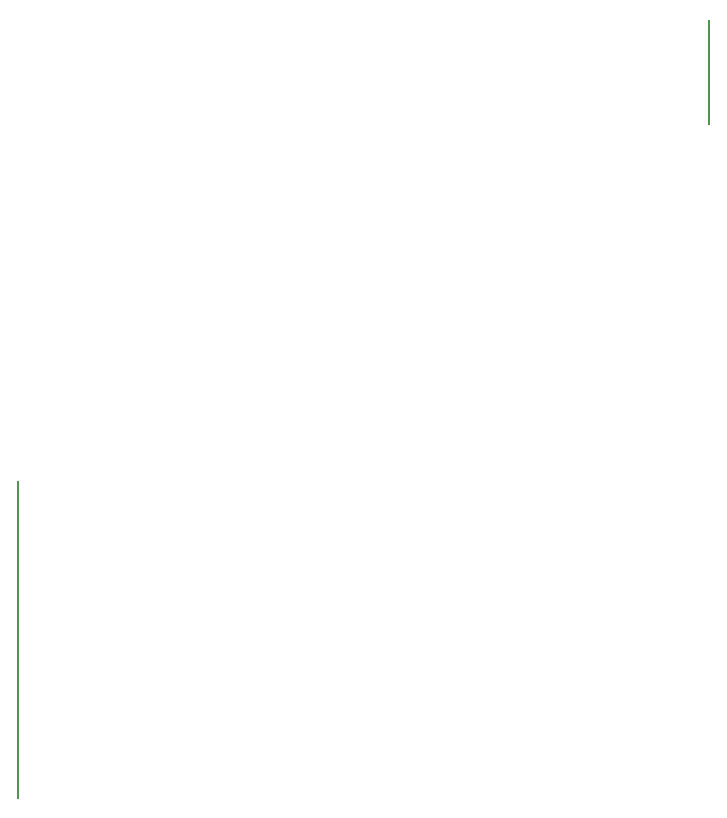
<source format=gbr>
%TF.GenerationSoftware,KiCad,Pcbnew,7.99.0-1.20230926git54171ec.fc37*%
%TF.CreationDate,2023-10-03T22:10:03+01:00*%
%TF.ProjectId,bugg-main-r5,62756767-2d6d-4616-996e-2d72352e6b69,rev?*%
%TF.SameCoordinates,Original*%
%TF.FileFunction,Other,User*%
%FSLAX46Y46*%
G04 Gerber Fmt 4.6, Leading zero omitted, Abs format (unit mm)*
G04 Created by KiCad (PCBNEW 7.99.0-1.20230926git54171ec.fc37) date 2023-10-03 22:10:03*
%MOMM*%
%LPD*%
G01*
G04 APERTURE LIST*
%ADD10C,0.150000*%
G04 APERTURE END LIST*
D10*
X29150000Y36700000D02*
X29150000Y27850000D01*
X-29300000Y-2350000D02*
X-29300000Y-29150000D01*
M02*

</source>
